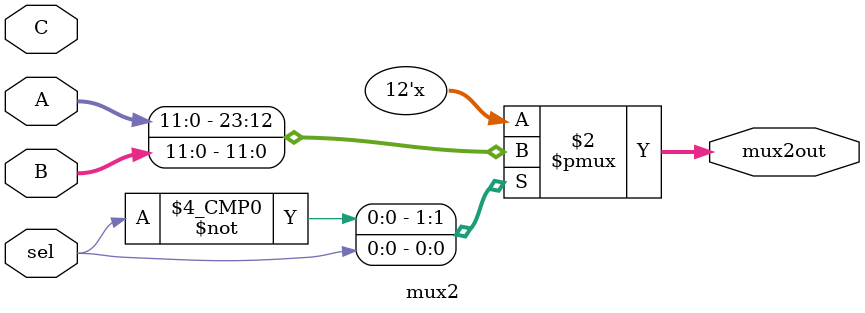
<source format=v>
`timescale 1ns / 1ps
module mux2(
input [11:0] A,
input [11:0] B,
input [11:0] C,
input sel,
output reg [11:0] mux2out
    );
	 
always @ (A or B or C or sel)
	case (sel)
		0: mux2out = A;
		1: mux2out = B;
		2: mux2out = C;
	endcase


endmodule

</source>
